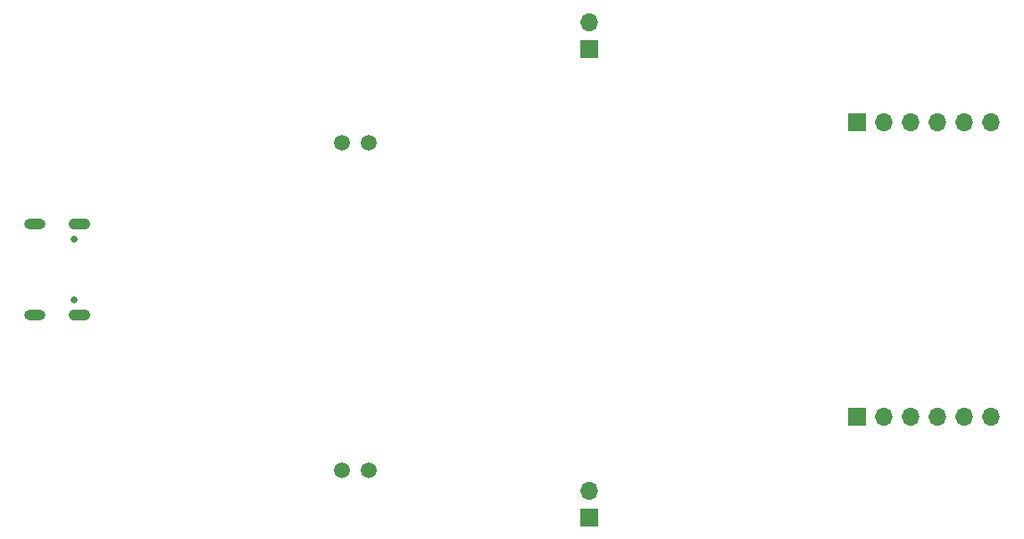
<source format=gbr>
%TF.GenerationSoftware,KiCad,Pcbnew,8.0.9-8.0.9-0~ubuntu24.04.1*%
%TF.CreationDate,2025-05-29T22:28:41-04:00*%
%TF.ProjectId,smu2,736d7532-2e6b-4696-9361-645f70636258,rev?*%
%TF.SameCoordinates,Original*%
%TF.FileFunction,Soldermask,Bot*%
%TF.FilePolarity,Negative*%
%FSLAX46Y46*%
G04 Gerber Fmt 4.6, Leading zero omitted, Abs format (unit mm)*
G04 Created by KiCad (PCBNEW 8.0.9-8.0.9-0~ubuntu24.04.1) date 2025-05-29 22:28:41*
%MOMM*%
%LPD*%
G01*
G04 APERTURE LIST*
%ADD10C,1.500000*%
%ADD11R,1.700000X1.700000*%
%ADD12O,1.700000X1.700000*%
%ADD13C,0.650000*%
%ADD14O,2.100000X1.050000*%
%ADD15O,2.000000X1.000000*%
G04 APERTURE END LIST*
D10*
%TO.C,TP1*%
X123825000Y-99060000D03*
%TD*%
%TO.C,TP2*%
X121285000Y-99060000D03*
%TD*%
D11*
%TO.C,J5*%
X170180000Y-97155000D03*
D12*
X172720000Y-97155000D03*
X175260000Y-97155000D03*
X177800000Y-97155000D03*
X180340000Y-97155000D03*
X182880000Y-97155000D03*
%TD*%
D11*
%TO.C,J4*%
X144780000Y-134620000D03*
D12*
X144780000Y-132080000D03*
%TD*%
D10*
%TO.C,TP3*%
X123825000Y-130175000D03*
%TD*%
D11*
%TO.C,J3*%
X144780000Y-90170000D03*
D12*
X144780000Y-87630000D03*
%TD*%
D10*
%TO.C,TP4*%
X121285000Y-130175000D03*
%TD*%
D13*
%TO.C,J2*%
X95882000Y-108235000D03*
X95882000Y-114015000D03*
D14*
X96382000Y-106805000D03*
D15*
X92202000Y-106805000D03*
X92202000Y-115445000D03*
D14*
X96382000Y-115445000D03*
%TD*%
D11*
%TO.C,J6*%
X170180000Y-125095000D03*
D12*
X172720000Y-125095000D03*
X175260000Y-125095000D03*
X177800000Y-125095000D03*
X180340000Y-125095000D03*
X182880000Y-125095000D03*
%TD*%
M02*

</source>
